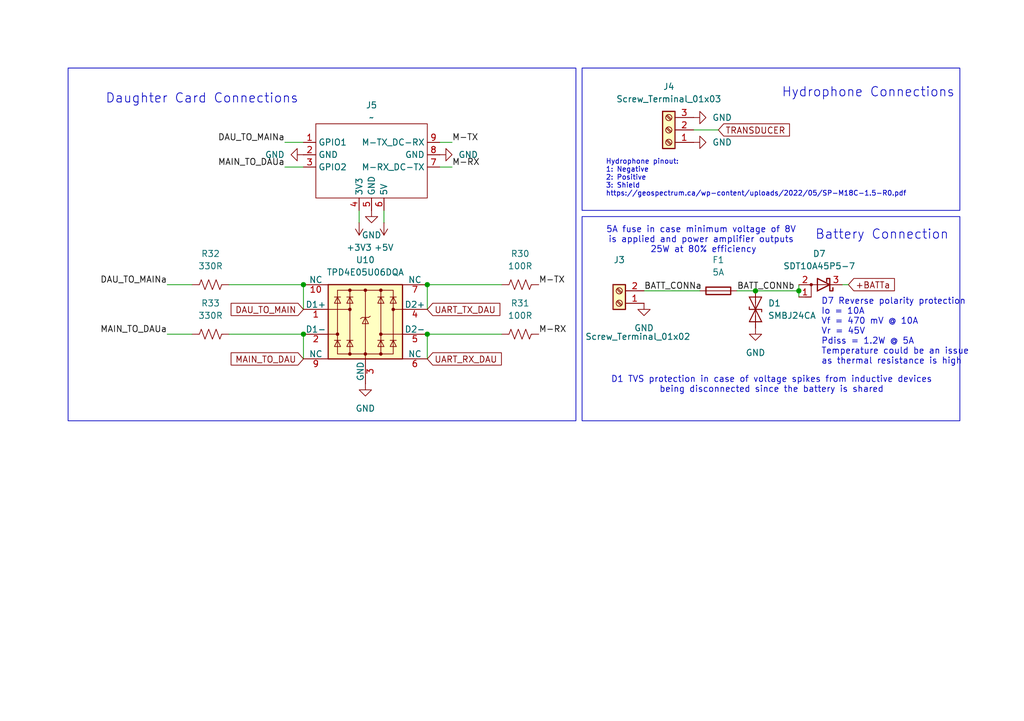
<source format=kicad_sch>
(kicad_sch
	(version 20231120)
	(generator "eeschema")
	(generator_version "8.0")
	(uuid "84584a37-c84a-4dce-83a5-66ae7f6adea7")
	(paper "A5")
	(title_block
		(title "EV")
		(date "2025-01-17")
		(rev "1.3")
		(company "External Connections")
	)
	(lib_symbols
		(symbol "UAM_symbols:D_Schottky_AAK"
			(pin_names
				(offset 0) hide)
			(exclude_from_sim no)
			(in_bom yes)
			(on_board yes)
			(property "Reference" "D"
				(at 0 2.54 0)
				(effects
					(font
						(size 1.27 1.27)
					)
				)
			)
			(property "Value" "D_Schottky_AAK"
				(at 0 -2.54 0)
				(effects
					(font
						(size 1.27 1.27)
					)
				)
			)
			(property "Footprint" ""
				(at 0 0 0)
				(effects
					(font
						(size 1.27 1.27)
					)
					(hide yes)
				)
			)
			(property "Datasheet" "~"
				(at 0 0 0)
				(effects
					(font
						(size 1.27 1.27)
					)
					(hide yes)
				)
			)
			(property "Description" "Schottky diode, anode on pins 1 and 2"
				(at 0 0 0)
				(effects
					(font
						(size 1.27 1.27)
					)
					(hide yes)
				)
			)
			(property "ki_keywords" "diode Schottky SCHDPAK"
				(at 0 0 0)
				(effects
					(font
						(size 1.27 1.27)
					)
					(hide yes)
				)
			)
			(property "ki_fp_filters" "TO-???* *_Diode_* *SingleDiode* D_*"
				(at 0 0 0)
				(effects
					(font
						(size 1.27 1.27)
					)
					(hide yes)
				)
			)
			(symbol "D_Schottky_AAK_0_1"
				(polyline
					(pts
						(xy 1.27 1.27) (xy 1.27 -1.27) (xy -1.27 0) (xy 1.27 1.27)
					)
					(stroke
						(width 0.254)
						(type default)
					)
					(fill
						(type none)
					)
				)
				(polyline
					(pts
						(xy 3.81 2.54) (xy 2.54 2.54) (xy 2.54 0) (xy -1.27 0)
					)
					(stroke
						(width 0)
						(type default)
					)
					(fill
						(type none)
					)
				)
				(polyline
					(pts
						(xy -1.905 0.635) (xy -1.905 1.27) (xy -1.27 1.27) (xy -1.27 -1.27) (xy -0.635 -1.27) (xy -0.635 -0.635)
					)
					(stroke
						(width 0.254)
						(type default)
					)
					(fill
						(type none)
					)
				)
				(circle
					(center 2.54 0)
					(radius 0.254)
					(stroke
						(width 0)
						(type default)
					)
					(fill
						(type outline)
					)
				)
			)
			(symbol "D_Schottky_AAK_1_1"
				(pin passive line
					(at 5.08 2.54 180)
					(length 2.54)
					(name "A"
						(effects
							(font
								(size 1.27 1.27)
							)
						)
					)
					(number "1"
						(effects
							(font
								(size 1.27 1.27)
							)
						)
					)
				)
				(pin passive line
					(at 5.08 0 180)
					(length 2.54)
					(name "A"
						(effects
							(font
								(size 1.27 1.27)
							)
						)
					)
					(number "2"
						(effects
							(font
								(size 1.27 1.27)
							)
						)
					)
				)
				(pin passive line
					(at -3.81 0 0)
					(length 2.54)
					(name "K"
						(effects
							(font
								(size 1.27 1.27)
							)
						)
					)
					(number "3"
						(effects
							(font
								(size 1.27 1.27)
							)
						)
					)
				)
			)
		)
		(symbol "UAM_symbols:Fuse"
			(pin_numbers hide)
			(pin_names
				(offset 0)
			)
			(exclude_from_sim no)
			(in_bom yes)
			(on_board yes)
			(property "Reference" "F"
				(at 2.032 0 90)
				(effects
					(font
						(size 1.27 1.27)
					)
				)
			)
			(property "Value" "Fuse"
				(at -1.905 0 90)
				(effects
					(font
						(size 1.27 1.27)
					)
				)
			)
			(property "Footprint" ""
				(at -1.778 0 90)
				(effects
					(font
						(size 1.27 1.27)
					)
					(hide yes)
				)
			)
			(property "Datasheet" "~"
				(at 0 0 0)
				(effects
					(font
						(size 1.27 1.27)
					)
					(hide yes)
				)
			)
			(property "Description" "Fuse"
				(at 0 0 0)
				(effects
					(font
						(size 1.27 1.27)
					)
					(hide yes)
				)
			)
			(property "ki_keywords" "fuse"
				(at 0 0 0)
				(effects
					(font
						(size 1.27 1.27)
					)
					(hide yes)
				)
			)
			(property "ki_fp_filters" "*Fuse*"
				(at 0 0 0)
				(effects
					(font
						(size 1.27 1.27)
					)
					(hide yes)
				)
			)
			(symbol "Fuse_0_1"
				(rectangle
					(start -0.762 -2.54)
					(end 0.762 2.54)
					(stroke
						(width 0.254)
						(type default)
					)
					(fill
						(type none)
					)
				)
				(polyline
					(pts
						(xy 0 2.54) (xy 0 -2.54)
					)
					(stroke
						(width 0)
						(type default)
					)
					(fill
						(type none)
					)
				)
			)
			(symbol "Fuse_1_1"
				(pin passive line
					(at 0 3.81 270)
					(length 1.27)
					(name "~"
						(effects
							(font
								(size 1.27 1.27)
							)
						)
					)
					(number "1"
						(effects
							(font
								(size 1.27 1.27)
							)
						)
					)
				)
				(pin passive line
					(at 0 -3.81 90)
					(length 1.27)
					(name "~"
						(effects
							(font
								(size 1.27 1.27)
							)
						)
					)
					(number "2"
						(effects
							(font
								(size 1.27 1.27)
							)
						)
					)
				)
			)
		)
		(symbol "UAM_symbols:R_US"
			(pin_numbers hide)
			(pin_names
				(offset 0)
			)
			(exclude_from_sim no)
			(in_bom yes)
			(on_board yes)
			(property "Reference" "R"
				(at 2.54 0 90)
				(effects
					(font
						(size 1.27 1.27)
					)
				)
			)
			(property "Value" "R_US"
				(at -2.54 0 90)
				(effects
					(font
						(size 1.27 1.27)
					)
				)
			)
			(property "Footprint" ""
				(at 1.016 -0.254 90)
				(effects
					(font
						(size 1.27 1.27)
					)
					(hide yes)
				)
			)
			(property "Datasheet" "~"
				(at 0 0 0)
				(effects
					(font
						(size 1.27 1.27)
					)
					(hide yes)
				)
			)
			(property "Description" "Resistor, US symbol"
				(at 0 0 0)
				(effects
					(font
						(size 1.27 1.27)
					)
					(hide yes)
				)
			)
			(property "ki_keywords" "R res resistor"
				(at 0 0 0)
				(effects
					(font
						(size 1.27 1.27)
					)
					(hide yes)
				)
			)
			(property "ki_fp_filters" "R_*"
				(at 0 0 0)
				(effects
					(font
						(size 1.27 1.27)
					)
					(hide yes)
				)
			)
			(symbol "R_US_0_1"
				(polyline
					(pts
						(xy 0 -2.286) (xy 0 -2.54)
					)
					(stroke
						(width 0)
						(type default)
					)
					(fill
						(type none)
					)
				)
				(polyline
					(pts
						(xy 0 2.286) (xy 0 2.54)
					)
					(stroke
						(width 0)
						(type default)
					)
					(fill
						(type none)
					)
				)
				(polyline
					(pts
						(xy 0 -0.762) (xy 1.016 -1.143) (xy 0 -1.524) (xy -1.016 -1.905) (xy 0 -2.286)
					)
					(stroke
						(width 0)
						(type default)
					)
					(fill
						(type none)
					)
				)
				(polyline
					(pts
						(xy 0 0.762) (xy 1.016 0.381) (xy 0 0) (xy -1.016 -0.381) (xy 0 -0.762)
					)
					(stroke
						(width 0)
						(type default)
					)
					(fill
						(type none)
					)
				)
				(polyline
					(pts
						(xy 0 2.286) (xy 1.016 1.905) (xy 0 1.524) (xy -1.016 1.143) (xy 0 0.762)
					)
					(stroke
						(width 0)
						(type default)
					)
					(fill
						(type none)
					)
				)
			)
			(symbol "R_US_1_1"
				(pin passive line
					(at 0 3.81 270)
					(length 1.27)
					(name "~"
						(effects
							(font
								(size 1.27 1.27)
							)
						)
					)
					(number "1"
						(effects
							(font
								(size 1.27 1.27)
							)
						)
					)
				)
				(pin passive line
					(at 0 -3.81 90)
					(length 1.27)
					(name "~"
						(effects
							(font
								(size 1.27 1.27)
							)
						)
					)
					(number "2"
						(effects
							(font
								(size 1.27 1.27)
							)
						)
					)
				)
			)
		)
		(symbol "UAM_symbols:SMAJ24CA"
			(pin_numbers hide)
			(pin_names
				(offset 1.016) hide)
			(exclude_from_sim no)
			(in_bom yes)
			(on_board yes)
			(property "Reference" "D"
				(at 0 2.54 0)
				(effects
					(font
						(size 1.27 1.27)
					)
				)
			)
			(property "Value" "SMAJ24CA"
				(at 0 -2.54 0)
				(effects
					(font
						(size 1.27 1.27)
					)
				)
			)
			(property "Footprint" "Diode_SMD:D_SMA"
				(at 0 -5.08 0)
				(effects
					(font
						(size 1.27 1.27)
					)
					(hide yes)
				)
			)
			(property "Datasheet" "https://www.littelfuse.com/media?resourcetype=datasheets&itemid=75e32973-b177-4ee3-a0ff-cedaf1abdb93&filename=smaj-datasheet"
				(at 0 0 0)
				(effects
					(font
						(size 1.27 1.27)
					)
					(hide yes)
				)
			)
			(property "Description" "400W bidirectional Transient Voltage Suppressor, 24.0Vr, SMA(DO-214AC)"
				(at 0 0 0)
				(effects
					(font
						(size 1.27 1.27)
					)
					(hide yes)
				)
			)
			(property "ki_keywords" "bidirectional diode TVS voltage suppressor"
				(at 0 0 0)
				(effects
					(font
						(size 1.27 1.27)
					)
					(hide yes)
				)
			)
			(property "ki_fp_filters" "D*SMA*"
				(at 0 0 0)
				(effects
					(font
						(size 1.27 1.27)
					)
					(hide yes)
				)
			)
			(symbol "SMAJ24CA_0_1"
				(polyline
					(pts
						(xy 1.27 0) (xy -1.27 0)
					)
					(stroke
						(width 0)
						(type default)
					)
					(fill
						(type none)
					)
				)
				(polyline
					(pts
						(xy -2.54 -1.27) (xy 0 0) (xy -2.54 1.27) (xy -2.54 -1.27)
					)
					(stroke
						(width 0.2032)
						(type default)
					)
					(fill
						(type none)
					)
				)
				(polyline
					(pts
						(xy 0.508 1.27) (xy 0 1.27) (xy 0 -1.27) (xy -0.508 -1.27)
					)
					(stroke
						(width 0.2032)
						(type default)
					)
					(fill
						(type none)
					)
				)
				(polyline
					(pts
						(xy 2.54 1.27) (xy 2.54 -1.27) (xy 0 0) (xy 2.54 1.27)
					)
					(stroke
						(width 0.2032)
						(type default)
					)
					(fill
						(type none)
					)
				)
			)
			(symbol "SMAJ24CA_1_1"
				(pin passive line
					(at -3.81 0 0)
					(length 2.54)
					(name "A1"
						(effects
							(font
								(size 1.27 1.27)
							)
						)
					)
					(number "1"
						(effects
							(font
								(size 1.27 1.27)
							)
						)
					)
				)
				(pin passive line
					(at 3.81 0 180)
					(length 2.54)
					(name "A2"
						(effects
							(font
								(size 1.27 1.27)
							)
						)
					)
					(number "2"
						(effects
							(font
								(size 1.27 1.27)
							)
						)
					)
				)
			)
		)
		(symbol "UAM_symbols:Screw_Terminal_01x02"
			(pin_names
				(offset 1.016) hide)
			(exclude_from_sim no)
			(in_bom yes)
			(on_board yes)
			(property "Reference" "J"
				(at 0 2.54 0)
				(effects
					(font
						(size 1.27 1.27)
					)
				)
			)
			(property "Value" "Screw_Terminal_01x02"
				(at 0 -5.08 0)
				(effects
					(font
						(size 1.27 1.27)
					)
				)
			)
			(property "Footprint" ""
				(at 0 0 0)
				(effects
					(font
						(size 1.27 1.27)
					)
					(hide yes)
				)
			)
			(property "Datasheet" "~"
				(at 0 0 0)
				(effects
					(font
						(size 1.27 1.27)
					)
					(hide yes)
				)
			)
			(property "Description" "Generic screw terminal, single row, 01x02, script generated (kicad-library-utils/schlib/autogen/connector/)"
				(at 0 0 0)
				(effects
					(font
						(size 1.27 1.27)
					)
					(hide yes)
				)
			)
			(property "ki_keywords" "screw terminal"
				(at 0 0 0)
				(effects
					(font
						(size 1.27 1.27)
					)
					(hide yes)
				)
			)
			(property "ki_fp_filters" "TerminalBlock*:*"
				(at 0 0 0)
				(effects
					(font
						(size 1.27 1.27)
					)
					(hide yes)
				)
			)
			(symbol "Screw_Terminal_01x02_1_1"
				(rectangle
					(start -1.27 1.27)
					(end 1.27 -3.81)
					(stroke
						(width 0.254)
						(type default)
					)
					(fill
						(type background)
					)
				)
				(circle
					(center 0 -2.54)
					(radius 0.635)
					(stroke
						(width 0.1524)
						(type default)
					)
					(fill
						(type none)
					)
				)
				(polyline
					(pts
						(xy -0.5334 -2.2098) (xy 0.3302 -3.048)
					)
					(stroke
						(width 0.1524)
						(type default)
					)
					(fill
						(type none)
					)
				)
				(polyline
					(pts
						(xy -0.5334 0.3302) (xy 0.3302 -0.508)
					)
					(stroke
						(width 0.1524)
						(type default)
					)
					(fill
						(type none)
					)
				)
				(polyline
					(pts
						(xy -0.3556 -2.032) (xy 0.508 -2.8702)
					)
					(stroke
						(width 0.1524)
						(type default)
					)
					(fill
						(type none)
					)
				)
				(polyline
					(pts
						(xy -0.3556 0.508) (xy 0.508 -0.3302)
					)
					(stroke
						(width 0.1524)
						(type default)
					)
					(fill
						(type none)
					)
				)
				(circle
					(center 0 0)
					(radius 0.635)
					(stroke
						(width 0.1524)
						(type default)
					)
					(fill
						(type none)
					)
				)
				(pin passive line
					(at -5.08 0 0)
					(length 3.81)
					(name "Pin_1"
						(effects
							(font
								(size 1.27 1.27)
							)
						)
					)
					(number "1"
						(effects
							(font
								(size 1.27 1.27)
							)
						)
					)
				)
				(pin passive line
					(at -5.08 -2.54 0)
					(length 3.81)
					(name "Pin_2"
						(effects
							(font
								(size 1.27 1.27)
							)
						)
					)
					(number "2"
						(effects
							(font
								(size 1.27 1.27)
							)
						)
					)
				)
			)
		)
		(symbol "UAM_symbols:Screw_Terminal_01x03"
			(pin_names
				(offset 1.016) hide)
			(exclude_from_sim no)
			(in_bom yes)
			(on_board yes)
			(property "Reference" "J"
				(at 0 5.08 0)
				(effects
					(font
						(size 1.27 1.27)
					)
				)
			)
			(property "Value" "Screw_Terminal_01x03"
				(at 0 -5.08 0)
				(effects
					(font
						(size 1.27 1.27)
					)
				)
			)
			(property "Footprint" ""
				(at 0 0 0)
				(effects
					(font
						(size 1.27 1.27)
					)
					(hide yes)
				)
			)
			(property "Datasheet" "~"
				(at 0 0 0)
				(effects
					(font
						(size 1.27 1.27)
					)
					(hide yes)
				)
			)
			(property "Description" "Generic screw terminal, single row, 01x03, script generated (kicad-library-utils/schlib/autogen/connector/)"
				(at 0 0 0)
				(effects
					(font
						(size 1.27 1.27)
					)
					(hide yes)
				)
			)
			(property "ki_keywords" "screw terminal"
				(at 0 0 0)
				(effects
					(font
						(size 1.27 1.27)
					)
					(hide yes)
				)
			)
			(property "ki_fp_filters" "TerminalBlock*:*"
				(at 0 0 0)
				(effects
					(font
						(size 1.27 1.27)
					)
					(hide yes)
				)
			)
			(symbol "Screw_Terminal_01x03_1_1"
				(rectangle
					(start -1.27 3.81)
					(end 1.27 -3.81)
					(stroke
						(width 0.254)
						(type default)
					)
					(fill
						(type background)
					)
				)
				(circle
					(center 0 -2.54)
					(radius 0.635)
					(stroke
						(width 0.1524)
						(type default)
					)
					(fill
						(type none)
					)
				)
				(polyline
					(pts
						(xy -0.5334 -2.2098) (xy 0.3302 -3.048)
					)
					(stroke
						(width 0.1524)
						(type default)
					)
					(fill
						(type none)
					)
				)
				(polyline
					(pts
						(xy -0.5334 0.3302) (xy 0.3302 -0.508)
					)
					(stroke
						(width 0.1524)
						(type default)
					)
					(fill
						(type none)
					)
				)
				(polyline
					(pts
						(xy -0.5334 2.8702) (xy 0.3302 2.032)
					)
					(stroke
						(width 0.1524)
						(type default)
					)
					(fill
						(type none)
					)
				)
				(polyline
					(pts
						(xy -0.3556 -2.032) (xy 0.508 -2.8702)
					)
					(stroke
						(width 0.1524)
						(type default)
					)
					(fill
						(type none)
					)
				)
				(polyline
					(pts
						(xy -0.3556 0.508) (xy 0.508 -0.3302)
					)
					(stroke
						(width 0.1524)
						(type default)
					)
					(fill
						(type none)
					)
				)
				(polyline
					(pts
						(xy -0.3556 3.048) (xy 0.508 2.2098)
					)
					(stroke
						(width 0.1524)
						(type default)
					)
					(fill
						(type none)
					)
				)
				(circle
					(center 0 0)
					(radius 0.635)
					(stroke
						(width 0.1524)
						(type default)
					)
					(fill
						(type none)
					)
				)
				(circle
					(center 0 2.54)
					(radius 0.635)
					(stroke
						(width 0.1524)
						(type default)
					)
					(fill
						(type none)
					)
				)
				(pin passive line
					(at -5.08 2.54 0)
					(length 3.81)
					(name "Pin_1"
						(effects
							(font
								(size 1.27 1.27)
							)
						)
					)
					(number "1"
						(effects
							(font
								(size 1.27 1.27)
							)
						)
					)
				)
				(pin passive line
					(at -5.08 0 0)
					(length 3.81)
					(name "Pin_2"
						(effects
							(font
								(size 1.27 1.27)
							)
						)
					)
					(number "2"
						(effects
							(font
								(size 1.27 1.27)
							)
						)
					)
				)
				(pin passive line
					(at -5.08 -2.54 0)
					(length 3.81)
					(name "Pin_3"
						(effects
							(font
								(size 1.27 1.27)
							)
						)
					)
					(number "3"
						(effects
							(font
								(size 1.27 1.27)
							)
						)
					)
				)
			)
		)
		(symbol "UAM_symbols:TPD4E05U06DQA"
			(pin_names
				(offset 0)
			)
			(exclude_from_sim no)
			(in_bom yes)
			(on_board yes)
			(property "Reference" "U"
				(at -0.635 8.89 0)
				(effects
					(font
						(size 1.27 1.27)
					)
				)
			)
			(property "Value" "TPD4E05U06DQA"
				(at 1.905 -10.16 0)
				(effects
					(font
						(size 1.27 1.27)
					)
					(justify left)
				)
			)
			(property "Footprint" "Package_SON:USON-10_2.5x1.0mm_P0.5mm"
				(at 1.905 -12.065 0)
				(effects
					(font
						(size 1.27 1.27)
						(italic yes)
					)
					(justify left)
					(hide yes)
				)
			)
			(property "Datasheet" "https://www.ti.com/lit/ds/symlink/tpd4e05u06.pdf"
				(at 1.905 -13.97 0)
				(effects
					(font
						(size 1.27 1.27)
					)
					(justify left)
					(hide yes)
				)
			)
			(property "Description" "4-Channel ESD Protection for Super-Speed USB 3.0 Interface, USON-10"
				(at 0 0 0)
				(effects
					(font
						(size 1.27 1.27)
					)
					(hide yes)
				)
			)
			(property "ki_keywords" "ESD protection USB 3.0"
				(at 0 0 0)
				(effects
					(font
						(size 1.27 1.27)
					)
					(hide yes)
				)
			)
			(property "ki_fp_filters" "USON*2.5x1.0mm*P0.5mm*"
				(at 0 0 0)
				(effects
					(font
						(size 1.27 1.27)
					)
					(hide yes)
				)
			)
			(symbol "TPD4E05U06DQA_0_0"
				(rectangle
					(start -5.715 6.477)
					(end 5.715 -6.604)
					(stroke
						(width 0)
						(type default)
					)
					(fill
						(type none)
					)
				)
				(polyline
					(pts
						(xy -3.175 -6.604) (xy -3.175 6.477)
					)
					(stroke
						(width 0)
						(type default)
					)
					(fill
						(type none)
					)
				)
				(polyline
					(pts
						(xy 0 6.477) (xy 0 -6.604)
					)
					(stroke
						(width 0)
						(type default)
					)
					(fill
						(type none)
					)
				)
				(polyline
					(pts
						(xy 3.175 6.477) (xy 3.175 -6.604)
					)
					(stroke
						(width 0)
						(type default)
					)
					(fill
						(type none)
					)
				)
			)
			(symbol "TPD4E05U06DQA_0_1"
				(rectangle
					(start -7.62 7.62)
					(end 7.62 -7.62)
					(stroke
						(width 0.254)
						(type default)
					)
					(fill
						(type background)
					)
				)
				(circle
					(center -5.715 -2.54)
					(radius 0.2794)
					(stroke
						(width 0)
						(type default)
					)
					(fill
						(type outline)
					)
				)
				(circle
					(center -3.175 -6.604)
					(radius 0.2794)
					(stroke
						(width 0)
						(type default)
					)
					(fill
						(type outline)
					)
				)
				(circle
					(center -3.175 2.54)
					(radius 0.2794)
					(stroke
						(width 0)
						(type default)
					)
					(fill
						(type outline)
					)
				)
				(circle
					(center -3.175 6.477)
					(radius 0.2794)
					(stroke
						(width 0)
						(type default)
					)
					(fill
						(type outline)
					)
				)
				(circle
					(center 0 -6.604)
					(radius 0.2794)
					(stroke
						(width 0)
						(type default)
					)
					(fill
						(type outline)
					)
				)
				(polyline
					(pts
						(xy -7.747 2.54) (xy -3.175 2.54)
					)
					(stroke
						(width 0)
						(type default)
					)
					(fill
						(type none)
					)
				)
				(polyline
					(pts
						(xy -7.62 -2.54) (xy -5.715 -2.54)
					)
					(stroke
						(width 0)
						(type default)
					)
					(fill
						(type none)
					)
				)
				(polyline
					(pts
						(xy -5.08 -3.81) (xy -6.35 -3.81)
					)
					(stroke
						(width 0)
						(type default)
					)
					(fill
						(type none)
					)
				)
				(polyline
					(pts
						(xy -5.08 5.08) (xy -6.35 5.08)
					)
					(stroke
						(width 0)
						(type default)
					)
					(fill
						(type none)
					)
				)
				(polyline
					(pts
						(xy -2.54 -3.81) (xy -3.81 -3.81)
					)
					(stroke
						(width 0)
						(type default)
					)
					(fill
						(type none)
					)
				)
				(polyline
					(pts
						(xy -2.54 5.08) (xy -3.81 5.08)
					)
					(stroke
						(width 0)
						(type default)
					)
					(fill
						(type none)
					)
				)
				(polyline
					(pts
						(xy -0.635 0.889) (xy -1.016 0.635)
					)
					(stroke
						(width 0)
						(type default)
					)
					(fill
						(type none)
					)
				)
				(polyline
					(pts
						(xy 0 -6.604) (xy 0 -7.62)
					)
					(stroke
						(width 0)
						(type default)
					)
					(fill
						(type none)
					)
				)
				(polyline
					(pts
						(xy 0.635 0.889) (xy -0.635 0.889)
					)
					(stroke
						(width 0)
						(type default)
					)
					(fill
						(type none)
					)
				)
				(polyline
					(pts
						(xy 0.635 0.889) (xy 1.016 1.143)
					)
					(stroke
						(width 0)
						(type default)
					)
					(fill
						(type none)
					)
				)
				(polyline
					(pts
						(xy 3.81 -3.81) (xy 2.54 -3.81)
					)
					(stroke
						(width 0)
						(type default)
					)
					(fill
						(type none)
					)
				)
				(polyline
					(pts
						(xy 3.81 5.08) (xy 2.54 5.08)
					)
					(stroke
						(width 0)
						(type default)
					)
					(fill
						(type none)
					)
				)
				(polyline
					(pts
						(xy 6.35 -3.81) (xy 5.08 -3.81)
					)
					(stroke
						(width 0)
						(type default)
					)
					(fill
						(type none)
					)
				)
				(polyline
					(pts
						(xy 6.35 5.08) (xy 5.08 5.08)
					)
					(stroke
						(width 0)
						(type default)
					)
					(fill
						(type none)
					)
				)
				(polyline
					(pts
						(xy 7.62 -2.54) (xy 3.175 -2.54)
					)
					(stroke
						(width 0)
						(type default)
					)
					(fill
						(type none)
					)
				)
				(polyline
					(pts
						(xy 7.62 2.54) (xy 5.715 2.54)
					)
					(stroke
						(width 0)
						(type default)
					)
					(fill
						(type none)
					)
				)
				(polyline
					(pts
						(xy -5.08 -5.08) (xy -6.35 -5.08) (xy -5.715 -3.81) (xy -5.08 -5.08)
					)
					(stroke
						(width 0)
						(type default)
					)
					(fill
						(type none)
					)
				)
				(polyline
					(pts
						(xy -5.08 3.81) (xy -6.35 3.81) (xy -5.715 5.08) (xy -5.08 3.81)
					)
					(stroke
						(width 0)
						(type default)
					)
					(fill
						(type none)
					)
				)
				(polyline
					(pts
						(xy -2.54 -5.08) (xy -3.81 -5.08) (xy -3.175 -3.81) (xy -2.54 -5.08)
					)
					(stroke
						(width 0)
						(type default)
					)
					(fill
						(type none)
					)
				)
				(polyline
					(pts
						(xy -2.54 3.81) (xy -3.81 3.81) (xy -3.175 5.08) (xy -2.54 3.81)
					)
					(stroke
						(width 0)
						(type default)
					)
					(fill
						(type none)
					)
				)
				(polyline
					(pts
						(xy 0.635 -0.381) (xy -0.635 -0.381) (xy 0 0.889) (xy 0.635 -0.381)
					)
					(stroke
						(width 0)
						(type default)
					)
					(fill
						(type none)
					)
				)
				(polyline
					(pts
						(xy 3.81 -5.08) (xy 2.54 -5.08) (xy 3.175 -3.81) (xy 3.81 -5.08)
					)
					(stroke
						(width 0)
						(type default)
					)
					(fill
						(type none)
					)
				)
				(polyline
					(pts
						(xy 3.81 3.81) (xy 2.54 3.81) (xy 3.175 5.08) (xy 3.81 3.81)
					)
					(stroke
						(width 0)
						(type default)
					)
					(fill
						(type none)
					)
				)
				(polyline
					(pts
						(xy 6.35 -5.08) (xy 5.08 -5.08) (xy 5.715 -3.81) (xy 6.35 -5.08)
					)
					(stroke
						(width 0)
						(type default)
					)
					(fill
						(type none)
					)
				)
				(polyline
					(pts
						(xy 6.35 3.81) (xy 5.08 3.81) (xy 5.715 5.08) (xy 6.35 3.81)
					)
					(stroke
						(width 0)
						(type default)
					)
					(fill
						(type none)
					)
				)
				(circle
					(center 0 6.477)
					(radius 0.2794)
					(stroke
						(width 0)
						(type default)
					)
					(fill
						(type outline)
					)
				)
				(circle
					(center 3.175 -6.604)
					(radius 0.2794)
					(stroke
						(width 0)
						(type default)
					)
					(fill
						(type outline)
					)
				)
				(circle
					(center 3.175 -2.54)
					(radius 0.2794)
					(stroke
						(width 0)
						(type default)
					)
					(fill
						(type outline)
					)
				)
				(circle
					(center 3.175 6.477)
					(radius 0.2794)
					(stroke
						(width 0)
						(type default)
					)
					(fill
						(type outline)
					)
				)
				(circle
					(center 5.715 2.54)
					(radius 0.2794)
					(stroke
						(width 0)
						(type default)
					)
					(fill
						(type outline)
					)
				)
			)
			(symbol "TPD4E05U06DQA_1_1"
				(pin passive line
					(at -12.7 2.54 0)
					(length 5.08)
					(name "D1+"
						(effects
							(font
								(size 1.27 1.27)
							)
						)
					)
					(number "1"
						(effects
							(font
								(size 1.27 1.27)
							)
						)
					)
				)
				(pin free line
					(at -12.7 7.62 0)
					(length 5.08)
					(name "NC"
						(effects
							(font
								(size 1.27 1.27)
							)
						)
					)
					(number "10"
						(effects
							(font
								(size 1.27 1.27)
							)
						)
					)
				)
				(pin passive line
					(at -12.7 -2.54 0)
					(length 5.08)
					(name "D1-"
						(effects
							(font
								(size 1.27 1.27)
							)
						)
					)
					(number "2"
						(effects
							(font
								(size 1.27 1.27)
							)
						)
					)
				)
				(pin power_in line
					(at 0 -12.7 90)
					(length 5.08)
					(name "GND"
						(effects
							(font
								(size 1.27 1.27)
							)
						)
					)
					(number "3"
						(effects
							(font
								(size 1.27 1.27)
							)
						)
					)
				)
				(pin passive line
					(at 12.7 2.54 180)
					(length 5.08)
					(name "D2+"
						(effects
							(font
								(size 1.27 1.27)
							)
						)
					)
					(number "4"
						(effects
							(font
								(size 1.27 1.27)
							)
						)
					)
				)
				(pin passive line
					(at 12.7 -2.54 180)
					(length 5.08)
					(name "D2-"
						(effects
							(font
								(size 1.27 1.27)
							)
						)
					)
					(number "5"
						(effects
							(font
								(size 1.27 1.27)
							)
						)
					)
				)
				(pin free line
					(at 12.7 -7.62 180)
					(length 5.08)
					(name "NC"
						(effects
							(font
								(size 1.27 1.27)
							)
						)
					)
					(number "6"
						(effects
							(font
								(size 1.27 1.27)
							)
						)
					)
				)
				(pin free line
					(at 12.7 7.62 180)
					(length 5.08)
					(name "NC"
						(effects
							(font
								(size 1.27 1.27)
							)
						)
					)
					(number "7"
						(effects
							(font
								(size 1.27 1.27)
							)
						)
					)
				)
				(pin passive line
					(at 0 -12.7 90)
					(length 5.08) hide
					(name "GND"
						(effects
							(font
								(size 1.27 1.27)
							)
						)
					)
					(number "8"
						(effects
							(font
								(size 1.27 1.27)
							)
						)
					)
				)
				(pin free line
					(at -12.7 -7.62 0)
					(length 5.08)
					(name "NC"
						(effects
							(font
								(size 1.27 1.27)
							)
						)
					)
					(number "9"
						(effects
							(font
								(size 1.27 1.27)
							)
						)
					)
				)
			)
		)
		(symbol "UAM_symbols:UAM_DaughterCard"
			(exclude_from_sim no)
			(in_bom yes)
			(on_board yes)
			(property "Reference" "J"
				(at -0.254 8.382 0)
				(effects
					(font
						(size 1.27 1.27)
					)
				)
			)
			(property "Value" ""
				(at 0 0 0)
				(effects
					(font
						(size 1.27 1.27)
					)
				)
			)
			(property "Footprint" ""
				(at 0 0 0)
				(effects
					(font
						(size 1.27 1.27)
					)
					(hide yes)
				)
			)
			(property "Datasheet" ""
				(at 0 0 0)
				(effects
					(font
						(size 1.27 1.27)
					)
					(hide yes)
				)
			)
			(property "Description" ""
				(at 0 0 0)
				(effects
					(font
						(size 1.27 1.27)
					)
					(hide yes)
				)
			)
			(symbol "UAM_DaughterCard_0_1"
				(rectangle
					(start -11.43 6.35)
					(end 11.43 -8.89)
					(stroke
						(width 0)
						(type default)
					)
					(fill
						(type none)
					)
				)
			)
			(symbol "UAM_DaughterCard_1_1"
				(pin bidirectional line
					(at -13.97 2.54 0)
					(length 2.54)
					(name "GPIO1"
						(effects
							(font
								(size 1.27 1.27)
							)
						)
					)
					(number "1"
						(effects
							(font
								(size 1.27 1.27)
							)
						)
					)
				)
				(pin power_in line
					(at -13.97 0 0)
					(length 2.54)
					(name "GND"
						(effects
							(font
								(size 1.27 1.27)
							)
						)
					)
					(number "2"
						(effects
							(font
								(size 1.27 1.27)
							)
						)
					)
				)
				(pin bidirectional line
					(at -13.97 -2.54 0)
					(length 2.54)
					(name "GPIO2"
						(effects
							(font
								(size 1.27 1.27)
							)
						)
					)
					(number "3"
						(effects
							(font
								(size 1.27 1.27)
							)
						)
					)
				)
				(pin power_in line
					(at -2.54 -11.43 90)
					(length 2.54)
					(name "3V3"
						(effects
							(font
								(size 1.27 1.27)
							)
						)
					)
					(number "4"
						(effects
							(font
								(size 1.27 1.27)
							)
						)
					)
				)
				(pin power_in line
					(at 0 -11.43 90)
					(length 2.54)
					(name "GND"
						(effects
							(font
								(size 1.27 1.27)
							)
						)
					)
					(number "5"
						(effects
							(font
								(size 1.27 1.27)
							)
						)
					)
				)
				(pin power_in line
					(at 2.54 -11.43 90)
					(length 2.54)
					(name "5V"
						(effects
							(font
								(size 1.27 1.27)
							)
						)
					)
					(number "6"
						(effects
							(font
								(size 1.27 1.27)
							)
						)
					)
				)
				(pin output line
					(at 13.97 -2.54 180)
					(length 2.54)
					(name "M-RX_DC-TX"
						(effects
							(font
								(size 1.27 1.27)
							)
						)
					)
					(number "7"
						(effects
							(font
								(size 1.27 1.27)
							)
						)
					)
				)
				(pin power_in line
					(at 13.97 0 180)
					(length 2.54)
					(name "GND"
						(effects
							(font
								(size 1.27 1.27)
							)
						)
					)
					(number "8"
						(effects
							(font
								(size 1.27 1.27)
							)
						)
					)
				)
				(pin output line
					(at 13.97 2.54 180)
					(length 2.54)
					(name "M-TX_DC-RX"
						(effects
							(font
								(size 1.27 1.27)
							)
						)
					)
					(number "9"
						(effects
							(font
								(size 1.27 1.27)
							)
						)
					)
				)
			)
		)
		(symbol "power:+3V3"
			(power)
			(pin_numbers hide)
			(pin_names
				(offset 0) hide)
			(exclude_from_sim no)
			(in_bom yes)
			(on_board yes)
			(property "Reference" "#PWR"
				(at 0 -3.81 0)
				(effects
					(font
						(size 1.27 1.27)
					)
					(hide yes)
				)
			)
			(property "Value" "+3V3"
				(at 0 3.556 0)
				(effects
					(font
						(size 1.27 1.27)
					)
				)
			)
			(property "Footprint" ""
				(at 0 0 0)
				(effects
					(font
						(size 1.27 1.27)
					)
					(hide yes)
				)
			)
			(property "Datasheet" ""
				(at 0 0 0)
				(effects
					(font
						(size 1.27 1.27)
					)
					(hide yes)
				)
			)
			(property "Description" "Power symbol creates a global label with name \"+3V3\""
				(at 0 0 0)
				(effects
					(font
						(size 1.27 1.27)
					)
					(hide yes)
				)
			)
			(property "ki_keywords" "global power"
				(at 0 0 0)
				(effects
					(font
						(size 1.27 1.27)
					)
					(hide yes)
				)
			)
			(symbol "+3V3_0_1"
				(polyline
					(pts
						(xy -0.762 1.27) (xy 0 2.54)
					)
					(stroke
						(width 0)
						(type default)
					)
					(fill
						(type none)
					)
				)
				(polyline
					(pts
						(xy 0 0) (xy 0 2.54)
					)
					(stroke
						(width 0)
						(type default)
					)
					(fill
						(type none)
					)
				)
				(polyline
					(pts
						(xy 0 2.54) (xy 0.762 1.27)
					)
					(stroke
						(width 0)
						(type default)
					)
					(fill
						(type none)
					)
				)
			)
			(symbol "+3V3_1_1"
				(pin power_in line
					(at 0 0 90)
					(length 0)
					(name "~"
						(effects
							(font
								(size 1.27 1.27)
							)
						)
					)
					(number "1"
						(effects
							(font
								(size 1.27 1.27)
							)
						)
					)
				)
			)
		)
		(symbol "power:+5V"
			(power)
			(pin_numbers hide)
			(pin_names
				(offset 0) hide)
			(exclude_from_sim no)
			(in_bom yes)
			(on_board yes)
			(property "Reference" "#PWR"
				(at 0 -3.81 0)
				(effects
					(font
						(size 1.27 1.27)
					)
					(hide yes)
				)
			)
			(property "Value" "+5V"
				(at 0 3.556 0)
				(effects
					(font
						(size 1.27 1.27)
					)
				)
			)
			(property "Footprint" ""
				(at 0 0 0)
				(effects
					(font
						(size 1.27 1.27)
					)
					(hide yes)
				)
			)
			(property "Datasheet" ""
				(at 0 0 0)
				(effects
					(font
						(size 1.27 1.27)
					)
					(hide yes)
				)
			)
			(property "Description" "Power symbol creates a global label with name \"+5V\""
				(at 0 0 0)
				(effects
					(font
						(size 1.27 1.27)
					)
					(hide yes)
				)
			)
			(property "ki_keywords" "global power"
				(at 0 0 0)
				(effects
					(font
						(size 1.27 1.27)
					)
					(hide yes)
				)
			)
			(symbol "+5V_0_1"
				(polyline
					(pts
						(xy -0.762 1.27) (xy 0 2.54)
					)
					(stroke
						(width 0)
						(type default)
					)
					(fill
						(type none)
					)
				)
				(polyline
					(pts
						(xy 0 0) (xy 0 2.54)
					)
					(stroke
						(width 0)
						(type default)
					)
					(fill
						(type none)
					)
				)
				(polyline
					(pts
						(xy 0 2.54) (xy 0.762 1.27)
					)
					(stroke
						(width 0)
						(type default)
					)
					(fill
						(type none)
					)
				)
			)
			(symbol "+5V_1_1"
				(pin power_in line
					(at 0 0 90)
					(length 0)
					(name "~"
						(effects
							(font
								(size 1.27 1.27)
							)
						)
					)
					(number "1"
						(effects
							(font
								(size 1.27 1.27)
							)
						)
					)
				)
			)
		)
		(symbol "power:GND"
			(power)
			(pin_numbers hide)
			(pin_names
				(offset 0) hide)
			(exclude_from_sim no)
			(in_bom yes)
			(on_board yes)
			(property "Reference" "#PWR"
				(at 0 -6.35 0)
				(effects
					(font
						(size 1.27 1.27)
					)
					(hide yes)
				)
			)
			(property "Value" "GND"
				(at 0 -3.81 0)
				(effects
					(font
						(size 1.27 1.27)
					)
				)
			)
			(property "Footprint" ""
				(at 0 0 0)
				(effects
					(font
						(size 1.27 1.27)
					)
					(hide yes)
				)
			)
			(property "Datasheet" ""
				(at 0 0 0)
				(effects
					(font
						(size 1.27 1.27)
					)
					(hide yes)
				)
			)
			(property "Description" "Power symbol creates a global label with name \"GND\" , ground"
				(at 0 0 0)
				(effects
					(font
						(size 1.27 1.27)
					)
					(hide yes)
				)
			)
			(property "ki_keywords" "global power"
				(at 0 0 0)
				(effects
					(font
						(size 1.27 1.27)
					)
					(hide yes)
				)
			)
			(symbol "GND_0_1"
				(polyline
					(pts
						(xy 0 0) (xy 0 -1.27) (xy 1.27 -1.27) (xy 0 -2.54) (xy -1.27 -1.27) (xy 0 -1.27)
					)
					(stroke
						(width 0)
						(type default)
					)
					(fill
						(type none)
					)
				)
			)
			(symbol "GND_1_1"
				(pin power_in line
					(at 0 0 270)
					(length 0)
					(name "~"
						(effects
							(font
								(size 1.27 1.27)
							)
						)
					)
					(number "1"
						(effects
							(font
								(size 1.27 1.27)
							)
						)
					)
				)
			)
		)
	)
	(junction
		(at 62.23 58.42)
		(diameter 0)
		(color 0 0 0 0)
		(uuid "166fa906-6900-45f7-b484-0de32b0c479d")
	)
	(junction
		(at 87.63 68.58)
		(diameter 0)
		(color 0 0 0 0)
		(uuid "2c01de0e-33dc-489e-add8-fb6b80842037")
	)
	(junction
		(at 87.63 58.42)
		(diameter 0)
		(color 0 0 0 0)
		(uuid "2d5231c1-f2e7-4866-9fda-eaee55e4be78")
	)
	(junction
		(at 62.23 68.58)
		(diameter 0)
		(color 0 0 0 0)
		(uuid "3bd99399-c1cd-4521-b03b-7faea799ec1e")
	)
	(junction
		(at 154.94 59.69)
		(diameter 0)
		(color 0 0 0 0)
		(uuid "d1d4cdd5-3ab9-4472-9d35-dbf134eeed13")
	)
	(junction
		(at 163.83 59.69)
		(diameter 0)
		(color 0 0 0 0)
		(uuid "f4c3e8c4-159a-4e13-a05a-4688017580e0")
	)
	(wire
		(pts
			(xy 46.99 58.42) (xy 62.23 58.42)
		)
		(stroke
			(width 0)
			(type default)
		)
		(uuid "05fa0307-4818-402e-8339-bacce5c4a197")
	)
	(wire
		(pts
			(xy 58.42 29.21) (xy 62.23 29.21)
		)
		(stroke
			(width 0)
			(type default)
		)
		(uuid "0b3a9bad-be88-4a83-8e6b-32bd2fddc075")
	)
	(wire
		(pts
			(xy 163.83 59.69) (xy 163.83 60.96)
		)
		(stroke
			(width 0)
			(type default)
		)
		(uuid "185545d3-0a08-466f-a640-9aac041ad63b")
	)
	(wire
		(pts
			(xy 92.71 29.21) (xy 90.17 29.21)
		)
		(stroke
			(width 0)
			(type default)
		)
		(uuid "1953462b-9e11-4a02-aa28-39bf39a8d1d2")
	)
	(wire
		(pts
			(xy 154.94 59.69) (xy 163.83 59.69)
		)
		(stroke
			(width 0)
			(type default)
		)
		(uuid "1f194c08-3979-48a1-a1c0-4d7fd9f6b977")
	)
	(wire
		(pts
			(xy 62.23 68.58) (xy 62.23 73.66)
		)
		(stroke
			(width 0)
			(type default)
		)
		(uuid "1f61e695-339b-4f6e-9c6e-25c470e2c1ca")
	)
	(wire
		(pts
			(xy 87.63 58.42) (xy 102.87 58.42)
		)
		(stroke
			(width 0)
			(type default)
		)
		(uuid "2391237c-5c71-452a-88b8-3516e0a8ad15")
	)
	(wire
		(pts
			(xy 58.42 34.29) (xy 62.23 34.29)
		)
		(stroke
			(width 0)
			(type default)
		)
		(uuid "34813686-090c-4543-830b-3ff048c0be4c")
	)
	(wire
		(pts
			(xy 34.29 68.58) (xy 39.37 68.58)
		)
		(stroke
			(width 0)
			(type default)
		)
		(uuid "3c46d4db-b35d-4773-be47-ca8a8d6d6519")
	)
	(wire
		(pts
			(xy 73.66 45.72) (xy 73.66 43.18)
		)
		(stroke
			(width 0)
			(type default)
		)
		(uuid "4be77cd2-bfb9-462d-9c31-fe33c7fbaa78")
	)
	(wire
		(pts
			(xy 142.24 26.67) (xy 147.32 26.67)
		)
		(stroke
			(width 0)
			(type default)
		)
		(uuid "6ac0077c-c5f2-4f70-b436-4ecc8bce873c")
	)
	(wire
		(pts
			(xy 78.74 45.72) (xy 78.74 43.18)
		)
		(stroke
			(width 0)
			(type default)
		)
		(uuid "840ca159-3cda-40eb-8c51-c5425cba0f5e")
	)
	(wire
		(pts
			(xy 62.23 58.42) (xy 62.23 63.5)
		)
		(stroke
			(width 0)
			(type default)
		)
		(uuid "8fb4560c-37df-490f-b473-49789f7c99c2")
	)
	(wire
		(pts
			(xy 151.13 59.69) (xy 154.94 59.69)
		)
		(stroke
			(width 0)
			(type default)
		)
		(uuid "ad7a7fdc-bd9c-43c5-92ad-b425dfb37814")
	)
	(wire
		(pts
			(xy 172.72 58.42) (xy 173.99 58.42)
		)
		(stroke
			(width 0)
			(type default)
		)
		(uuid "b7a7365b-f2b6-4848-9d6f-6736f9e957ed")
	)
	(wire
		(pts
			(xy 87.63 58.42) (xy 87.63 63.5)
		)
		(stroke
			(width 0)
			(type default)
		)
		(uuid "d2dc328d-dbd6-4073-bf68-c672f33ad9cb")
	)
	(wire
		(pts
			(xy 163.83 58.42) (xy 163.83 59.69)
		)
		(stroke
			(width 0)
			(type default)
		)
		(uuid "d9ec828c-5d83-41aa-9ee7-087a6b03eaea")
	)
	(wire
		(pts
			(xy 143.51 59.69) (xy 132.08 59.69)
		)
		(stroke
			(width 0)
			(type default)
		)
		(uuid "ded43258-7ef2-4aa4-804e-3a87ae2d1d38")
	)
	(wire
		(pts
			(xy 34.29 58.42) (xy 39.37 58.42)
		)
		(stroke
			(width 0)
			(type default)
		)
		(uuid "e1ffdc36-d34a-4a7b-b54b-025ebfbb5735")
	)
	(wire
		(pts
			(xy 87.63 68.58) (xy 102.87 68.58)
		)
		(stroke
			(width 0)
			(type default)
		)
		(uuid "e3e8693f-83df-431e-b6b4-c0d22eba9482")
	)
	(wire
		(pts
			(xy 46.99 68.58) (xy 62.23 68.58)
		)
		(stroke
			(width 0)
			(type default)
		)
		(uuid "e641d1d2-9b05-48fe-915a-7f75b4e608a4")
	)
	(wire
		(pts
			(xy 92.71 34.29) (xy 90.17 34.29)
		)
		(stroke
			(width 0)
			(type default)
		)
		(uuid "ecb00375-12f4-4ab4-9065-df638e4f9928")
	)
	(wire
		(pts
			(xy 87.63 68.58) (xy 87.63 73.66)
		)
		(stroke
			(width 0)
			(type default)
		)
		(uuid "ff34d9f9-01fa-4528-b0ca-042cb0b12630")
	)
	(rectangle
		(start 119.38 13.97)
		(end 196.85 43.18)
		(stroke
			(width 0)
			(type default)
		)
		(fill
			(type none)
		)
		(uuid 382b649f-1ed3-4d37-9522-6464b2bbb13f)
	)
	(rectangle
		(start 13.97 13.97)
		(end 118.11 86.36)
		(stroke
			(width 0)
			(type default)
		)
		(fill
			(type none)
		)
		(uuid 696340cf-ee64-498a-8a70-89dfffb63c19)
	)
	(rectangle
		(start 119.38 44.45)
		(end 196.85 86.36)
		(stroke
			(width 0)
			(type default)
		)
		(fill
			(type none)
		)
		(uuid b06f6df9-1eaf-454a-97a0-8060dec420bd)
	)
	(text "D7 Reverse polarity protection\nIo = 10A\nVf = 470 mV @ 10A\nVr = 45V\nPdiss = 1.2W @ 5A\nTemperature could be an issue\nas thermal resistance is high"
		(exclude_from_sim no)
		(at 168.402 68.072 0)
		(effects
			(font
				(size 1.27 1.27)
			)
			(justify left)
		)
		(uuid "133ca0d3-de64-4c17-a126-6a60d6c9155e")
	)
	(text "Hydrophone pinout:\n1: Negative\n2: Positive\n3: Shield\nhttps://geospectrum.ca/wp-content/uploads/2022/05/SP-M18C-1.5-R0.pdf"
		(exclude_from_sim no)
		(at 124.206 36.576 0)
		(effects
			(font
				(size 1.016 1.016)
			)
			(justify left)
		)
		(uuid "3faeae18-056c-4f52-82f9-3c3e184cfbf1")
	)
	(text "Daughter Card Connections"
		(exclude_from_sim no)
		(at 21.59 20.32 0)
		(effects
			(font
				(size 1.905 1.905)
			)
			(justify left)
		)
		(uuid "6a95341b-f815-45ea-ae9f-e177aa89c899")
	)
	(text "Hydrophone Connections"
		(exclude_from_sim no)
		(at 160.274 19.05 0)
		(effects
			(font
				(size 1.905 1.905)
			)
			(justify left)
		)
		(uuid "8f1a3105-166d-4a95-adab-c9478948b5f3")
	)
	(text "5A fuse in case minimum voltage of 8V \nis applied and power amplifier outputs \n25W at 80% efficiency"
		(exclude_from_sim no)
		(at 144.272 49.276 0)
		(effects
			(font
				(size 1.27 1.27)
			)
		)
		(uuid "b702dadf-bb88-48c4-b57d-ac3f274c49db")
	)
	(text "D1 TVS protection in case of voltage spikes from inductive devices\nbeing disconnected since the battery is shared"
		(exclude_from_sim no)
		(at 158.242 78.994 0)
		(effects
			(font
				(size 1.27 1.27)
			)
		)
		(uuid "d6e06bd8-ba7b-4bea-965b-9cffb910c15d")
	)
	(text "Battery Connection"
		(exclude_from_sim no)
		(at 167.132 48.26 0)
		(effects
			(font
				(size 1.905 1.905)
			)
			(justify left)
		)
		(uuid "fac4f361-f12c-44c3-a261-e914f7ee9c55")
	)
	(label "M-RX"
		(at 110.49 68.58 0)
		(fields_autoplaced yes)
		(effects
			(font
				(size 1.27 1.27)
			)
			(justify left bottom)
		)
		(uuid "00bc0f54-3b06-490d-88f3-24206e9677e6")
	)
	(label "BATT_CONNa"
		(at 132.08 59.69 0)
		(fields_autoplaced yes)
		(effects
			(font
				(size 1.27 1.27)
			)
			(justify left bottom)
		)
		(uuid "0a11917d-771f-480a-838b-9e93de2c21c5")
	)
	(label "M-TX"
		(at 92.71 29.21 0)
		(fields_autoplaced yes)
		(effects
			(font
				(size 1.27 1.27)
			)
			(justify left bottom)
		)
		(uuid "3d12bde5-65f1-4cca-8e23-088c7a38b233")
	)
	(label "MAIN_TO_DAUa"
		(at 34.29 68.58 180)
		(fields_autoplaced yes)
		(effects
			(font
				(size 1.27 1.27)
			)
			(justify right bottom)
		)
		(uuid "4d347b91-0da9-4d08-b776-38edfc9cc9fb")
	)
	(label "DAU_TO_MAINa"
		(at 34.29 58.42 180)
		(fields_autoplaced yes)
		(effects
			(font
				(size 1.27 1.27)
			)
			(justify right bottom)
		)
		(uuid "4fcb2a1e-beb6-4536-86f1-ea5893cecee4")
	)
	(label "MAIN_TO_DAUa"
		(at 58.42 34.29 180)
		(fields_autoplaced yes)
		(effects
			(font
				(size 1.27 1.27)
			)
			(justify right bottom)
		)
		(uuid "8c362608-4b7c-40fd-960e-cc83a490a66d")
	)
	(label "M-RX"
		(at 92.71 34.29 0)
		(fields_autoplaced yes)
		(effects
			(font
				(size 1.27 1.27)
			)
			(justify left bottom)
		)
		(uuid "97d9a461-309c-4be0-a1a4-0a9f592fa030")
	)
	(label "BATT_CONNb"
		(at 151.13 59.69 0)
		(fields_autoplaced yes)
		(effects
			(font
				(size 1.27 1.27)
			)
			(justify left bottom)
		)
		(uuid "9e0884f7-5f31-45b0-a41f-ae83183e8015")
	)
	(label "DAU_TO_MAINa"
		(at 58.42 29.21 180)
		(fields_autoplaced yes)
		(effects
			(font
				(size 1.27 1.27)
			)
			(justify right bottom)
		)
		(uuid "dad7e555-ab53-46d5-8737-467d856a98b0")
	)
	(label "M-TX"
		(at 110.49 58.42 0)
		(fields_autoplaced yes)
		(effects
			(font
				(size 1.27 1.27)
			)
			(justify left bottom)
		)
		(uuid "f78f18c6-a78d-445b-a18d-0c93ede58fcf")
	)
	(global_label "TRANSDUCER"
		(shape input)
		(at 147.32 26.67 0)
		(fields_autoplaced yes)
		(effects
			(font
				(size 1.27 1.27)
			)
			(justify left)
		)
		(uuid "04cf7646-a2a1-47d3-886b-02371dbc150e")
		(property "Intersheetrefs" "${INTERSHEET_REFS}"
			(at 162.4609 26.67 0)
			(effects
				(font
					(size 1.27 1.27)
				)
				(justify left)
				(hide yes)
			)
		)
	)
	(global_label "DAU_TO_MAIN"
		(shape input)
		(at 62.23 63.5 180)
		(fields_autoplaced yes)
		(effects
			(font
				(size 1.27 1.27)
			)
			(justify right)
		)
		(uuid "15e75fd2-1cab-41ee-9f2a-d300140b5a2c")
		(property "Intersheetrefs" "${INTERSHEET_REFS}"
			(at 46.8471 63.5 0)
			(effects
				(font
					(size 1.27 1.27)
				)
				(justify right)
				(hide yes)
			)
		)
	)
	(global_label "MAIN_TO_DAU"
		(shape input)
		(at 62.23 73.66 180)
		(fields_autoplaced yes)
		(effects
			(font
				(size 1.27 1.27)
			)
			(justify right)
		)
		(uuid "267a8aac-f77d-4749-973f-8670fd240d6e")
		(property "Intersheetrefs" "${INTERSHEET_REFS}"
			(at 46.8471 73.66 0)
			(effects
				(font
					(size 1.27 1.27)
				)
				(justify right)
				(hide yes)
			)
		)
	)
	(global_label "UART_RX_DAU"
		(shape input)
		(at 87.63 73.66 0)
		(fields_autoplaced yes)
		(effects
			(font
				(size 1.27 1.27)
			)
			(justify left)
		)
		(uuid "9f6c7dfd-cc22-4d8c-97ee-685998af5d65")
		(property "Intersheetrefs" "${INTERSHEET_REFS}"
			(at 103.3757 73.66 0)
			(effects
				(font
					(size 1.27 1.27)
				)
				(justify left)
				(hide yes)
			)
		)
	)
	(global_label "UART_TX_DAU"
		(shape input)
		(at 87.63 63.5 0)
		(fields_autoplaced yes)
		(effects
			(font
				(size 1.27 1.27)
			)
			(justify left)
		)
		(uuid "e4f25827-b893-4b14-b2c4-8e4df199256d")
		(property "Intersheetrefs" "${INTERSHEET_REFS}"
			(at 103.0733 63.5 0)
			(effects
				(font
					(size 1.27 1.27)
				)
				(justify left)
				(hide yes)
			)
		)
	)
	(global_label "+BATTa"
		(shape input)
		(at 173.99 58.42 0)
		(fields_autoplaced yes)
		(effects
			(font
				(size 1.27 1.27)
			)
			(justify left)
		)
		(uuid "e9e18326-1f1a-4422-b6cd-80fb9891e5a3")
		(property "Intersheetrefs" "${INTERSHEET_REFS}"
			(at 183.9904 58.42 0)
			(effects
				(font
					(size 1.27 1.27)
				)
				(justify left)
				(hide yes)
			)
		)
	)
	(symbol
		(lib_id "power:GND")
		(at 76.2 43.18 0)
		(unit 1)
		(exclude_from_sim no)
		(in_bom yes)
		(on_board yes)
		(dnp no)
		(fields_autoplaced yes)
		(uuid "05f9e378-57c9-4857-bc86-489d1bb0ec7c")
		(property "Reference" "#PWR075"
			(at 76.2 49.53 0)
			(effects
				(font
					(size 1.27 1.27)
				)
				(hide yes)
			)
		)
		(property "Value" "GND"
			(at 76.2 48.26 0)
			(effects
				(font
					(size 1.27 1.27)
				)
			)
		)
		(property "Footprint" ""
			(at 76.2 43.18 0)
			(effects
				(font
					(size 1.27 1.27)
				)
				(hide yes)
			)
		)
		(property "Datasheet" ""
			(at 76.2 43.18 0)
			(effects
				(font
					(size 1.27 1.27)
				)
				(hide yes)
			)
		)
		(property "Description" "Power symbol creates a global label with name \"GND\" , ground"
			(at 76.2 43.18 0)
			(effects
				(font
					(size 1.27 1.27)
				)
				(hide yes)
			)
		)
		(pin "1"
			(uuid "e6fa7eb9-d407-4733-846a-8e32c6a578ea")
		)
		(instances
			(project ""
				(path "/af15edda-fefd-41c1-b558-f4be36e6b138/b37090bc-1947-44c7-a711-65546c42de6c"
					(reference "#PWR075")
					(unit 1)
				)
			)
		)
	)
	(symbol
		(lib_id "power:+5V")
		(at 78.74 45.72 180)
		(unit 1)
		(exclude_from_sim no)
		(in_bom yes)
		(on_board yes)
		(dnp no)
		(fields_autoplaced yes)
		(uuid "0a3c8aae-73ee-4734-8f10-fd231faff3f0")
		(property "Reference" "#PWR078"
			(at 78.74 41.91 0)
			(effects
				(font
					(size 1.27 1.27)
				)
				(hide yes)
			)
		)
		(property "Value" "+5V"
			(at 78.74 50.8 0)
			(effects
				(font
					(size 1.27 1.27)
				)
			)
		)
		(property "Footprint" ""
			(at 78.74 45.72 0)
			(effects
				(font
					(size 1.27 1.27)
				)
				(hide yes)
			)
		)
		(property "Datasheet" ""
			(at 78.74 45.72 0)
			(effects
				(font
					(size 1.27 1.27)
				)
				(hide yes)
			)
		)
		(property "Description" "Power symbol creates a global label with name \"+5V\""
			(at 78.74 45.72 0)
			(effects
				(font
					(size 1.27 1.27)
				)
				(hide yes)
			)
		)
		(pin "1"
			(uuid "803d52ee-48cb-48e4-81c2-fa4037d90666")
		)
		(instances
			(project ""
				(path "/af15edda-fefd-41c1-b558-f4be36e6b138/b37090bc-1947-44c7-a711-65546c42de6c"
					(reference "#PWR078")
					(unit 1)
				)
			)
		)
	)
	(symbol
		(lib_id "power:+3V3")
		(at 73.66 45.72 180)
		(unit 1)
		(exclude_from_sim no)
		(in_bom yes)
		(on_board yes)
		(dnp no)
		(fields_autoplaced yes)
		(uuid "38643a95-c6e8-4020-819f-a837eabd6177")
		(property "Reference" "#PWR077"
			(at 73.66 41.91 0)
			(effects
				(font
					(size 1.27 1.27)
				)
				(hide yes)
			)
		)
		(property "Value" "+3V3"
			(at 73.66 50.8 0)
			(effects
				(font
					(size 1.27 1.27)
				)
			)
		)
		(property "Footprint" ""
			(at 73.66 45.72 0)
			(effects
				(font
					(size 1.27 1.27)
				)
				(hide yes)
			)
		)
		(property "Datasheet" ""
			(at 73.66 45.72 0)
			(effects
				(font
					(size 1.27 1.27)
				)
				(hide yes)
			)
		)
		(property "Description" "Power symbol creates a global label with name \"+3V3\""
			(at 73.66 45.72 0)
			(effects
				(font
					(size 1.27 1.27)
				)
				(hide yes)
			)
		)
		(pin "1"
			(uuid "20113a03-a32d-47ea-87db-7afe93e7fb0b")
		)
		(instances
			(project ""
				(path "/af15edda-fefd-41c1-b558-f4be36e6b138/b37090bc-1947-44c7-a711-65546c42de6c"
					(reference "#PWR077")
					(unit 1)
				)
			)
		)
	)
	(symbol
		(lib_id "UAM_symbols:R_US")
		(at 106.68 68.58 90)
		(unit 1)
		(exclude_from_sim no)
		(in_bom yes)
		(on_board yes)
		(dnp no)
		(fields_autoplaced yes)
		(uuid "3c99898e-19a1-473a-88aa-40eb7a962dd2")
		(property "Reference" "R31"
			(at 106.68 62.23 90)
			(effects
				(font
					(size 1.27 1.27)
				)
			)
		)
		(property "Value" "100R"
			(at 106.68 64.77 90)
			(effects
				(font
					(size 1.27 1.27)
				)
			)
		)
		(property "Footprint" "Resistor_SMD:R_0603_1608Metric_Pad0.98x0.95mm_HandSolder"
			(at 106.934 67.564 90)
			(effects
				(font
					(size 1.27 1.27)
				)
				(hide yes)
			)
		)
		(property "Datasheet" "~"
			(at 106.68 68.58 0)
			(effects
				(font
					(size 1.27 1.27)
				)
				(hide yes)
			)
		)
		(property "Description" "Resistor, US symbol"
			(at 106.68 68.58 0)
			(effects
				(font
					(size 1.27 1.27)
				)
				(hide yes)
			)
		)
		(property "Irms" ""
			(at 106.68 68.58 0)
			(effects
				(font
					(size 1.27 1.27)
				)
				(hide yes)
			)
		)
		(property "Tolerance" ""
			(at 106.68 68.58 0)
			(effects
				(font
					(size 1.27 1.27)
				)
				(hide yes)
			)
		)
		(property "Voltage" ""
			(at 106.68 68.58 0)
			(effects
				(font
					(size 1.27 1.27)
				)
				(hide yes)
			)
		)
		(pin "1"
			(uuid "466c846a-f50b-4754-94a3-23126216de5c")
		)
		(pin "2"
			(uuid "3ab49ffd-7d17-4a96-94fc-91a5242a0532")
		)
		(instances
			(project ""
				(path "/af15edda-fefd-41c1-b558-f4be36e6b138/b37090bc-1947-44c7-a711-65546c42de6c"
					(reference "R31")
					(unit 1)
				)
			)
		)
	)
	(symbol
		(lib_id "power:GND")
		(at 90.17 31.75 90)
		(unit 1)
		(exclude_from_sim no)
		(in_bom yes)
		(on_board yes)
		(dnp no)
		(fields_autoplaced yes)
		(uuid "4108dee3-12e4-4852-ae04-c85a1e8c0201")
		(property "Reference" "#PWR073"
			(at 96.52 31.75 0)
			(effects
				(font
					(size 1.27 1.27)
				)
				(hide yes)
			)
		)
		(property "Value" "GND"
			(at 93.98 31.7499 90)
			(effects
				(font
					(size 1.27 1.27)
				)
				(justify right)
			)
		)
		(property "Footprint" ""
			(at 90.17 31.75 0)
			(effects
				(font
					(size 1.27 1.27)
				)
				(hide yes)
			)
		)
		(property "Datasheet" ""
			(at 90.17 31.75 0)
			(effects
				(font
					(size 1.27 1.27)
				)
				(hide yes)
			)
		)
		(property "Description" "Power symbol creates a global label with name \"GND\" , ground"
			(at 90.17 31.75 0)
			(effects
				(font
					(size 1.27 1.27)
				)
				(hide yes)
			)
		)
		(pin "1"
			(uuid "a8adb094-3b62-405b-81d4-f40655770573")
		)
		(instances
			(project ""
				(path "/af15edda-fefd-41c1-b558-f4be36e6b138/b37090bc-1947-44c7-a711-65546c42de6c"
					(reference "#PWR073")
					(unit 1)
				)
			)
		)
	)
	(symbol
		(lib_id "UAM_symbols:SMAJ24CA")
		(at 154.94 63.5 90)
		(unit 1)
		(exclude_from_sim no)
		(in_bom yes)
		(on_board yes)
		(dnp no)
		(fields_autoplaced yes)
		(uuid "4aaec315-3838-4e82-949c-b40f5e1f9a21")
		(property "Reference" "D1"
			(at 157.48 62.2299 90)
			(effects
				(font
					(size 1.27 1.27)
				)
				(justify right)
			)
		)
		(property "Value" "SMBJ24CA"
			(at 157.48 64.7699 90)
			(effects
				(font
					(size 1.27 1.27)
				)
				(justify right)
			)
		)
		(property "Footprint" "Diode_SMD:D_SMA"
			(at 160.02 63.5 0)
			(effects
				(font
					(size 1.27 1.27)
				)
				(hide yes)
			)
		)
		(property "Datasheet" "https://www.littelfuse.com/media?resourcetype=datasheets&itemid=75e32973-b177-4ee3-a0ff-cedaf1abdb93&filename=smaj-datasheet"
			(at 154.94 63.5 0)
			(effects
				(font
					(size 1.27 1.27)
				)
				(hide yes)
			)
		)
		(property "Description" "400W bidirectional Transient Voltage Suppressor, 24.0Vr, SMA(DO-214AC)"
			(at 154.94 63.5 0)
			(effects
				(font
					(size 1.27 1.27)
				)
				(hide yes)
			)
		)
		(property "Irms" ""
			(at 154.94 63.5 0)
			(effects
				(font
					(size 1.27 1.27)
				)
				(hide yes)
			)
		)
		(property "Tolerance" ""
			(at 154.94 63.5 0)
			(effects
				(font
					(size 1.27 1.27)
				)
				(hide yes)
			)
		)
		(property "Voltage" ""
			(at 154.94 63.5 0)
			(effects
				(font
					(size 1.27 1.27)
				)
				(hide yes)
			)
		)
		(pin "2"
			(uuid "00d6ecfd-bda8-486b-a558-165f8c9f50b7")
		)
		(pin "1"
			(uuid "ec2b1cca-c97e-4e92-a0ef-2528046e689e")
		)
		(instances
			(project ""
				(path "/af15edda-fefd-41c1-b558-f4be36e6b138/b37090bc-1947-44c7-a711-65546c42de6c"
					(reference "D1")
					(unit 1)
				)
			)
		)
	)
	(symbol
		(lib_id "UAM_symbols:R_US")
		(at 43.18 58.42 90)
		(unit 1)
		(exclude_from_sim no)
		(in_bom yes)
		(on_board yes)
		(dnp no)
		(fields_autoplaced yes)
		(uuid "4d970387-1a7b-43aa-9811-d7d41fbcfa24")
		(property "Reference" "R32"
			(at 43.18 52.07 90)
			(effects
				(font
					(size 1.27 1.27)
				)
			)
		)
		(property "Value" "330R"
			(at 43.18 54.61 90)
			(effects
				(font
					(size 1.27 1.27)
				)
			)
		)
		(property "Footprint" "Resistor_SMD:R_0603_1608Metric_Pad0.98x0.95mm_HandSolder"
			(at 43.434 57.404 90)
			(effects
				(font
					(size 1.27 1.27)
				)
				(hide yes)
			)
		)
		(property "Datasheet" "~"
			(at 43.18 58.42 0)
			(effects
				(font
					(size 1.27 1.27)
				)
				(hide yes)
			)
		)
		(property "Description" "Resistor, US symbol"
			(at 43.18 58.42 0)
			(effects
				(font
					(size 1.27 1.27)
				)
				(hide yes)
			)
		)
		(property "Irms" ""
			(at 43.18 58.42 0)
			(effects
				(font
					(size 1.27 1.27)
				)
				(hide yes)
			)
		)
		(property "Tolerance" ""
			(at 43.18 58.42 0)
			(effects
				(font
					(size 1.27 1.27)
				)
				(hide yes)
			)
		)
		(property "Voltage" ""
			(at 43.18 58.42 0)
			(effects
				(font
					(size 1.27 1.27)
				)
				(hide yes)
			)
		)
		(pin "1"
			(uuid "466c846a-f50b-4754-94a3-23126216de5d")
		)
		(pin "2"
			(uuid "3ab49ffd-7d17-4a96-94fc-91a5242a0533")
		)
		(instances
			(project ""
				(path "/af15edda-fefd-41c1-b558-f4be36e6b138/b37090bc-1947-44c7-a711-65546c42de6c"
					(reference "R32")
					(unit 1)
				)
			)
		)
	)
	(symbol
		(lib_id "power:GND")
		(at 74.93 78.74 0)
		(unit 1)
		(exclude_from_sim no)
		(in_bom yes)
		(on_board yes)
		(dnp no)
		(fields_autoplaced yes)
		(uuid "5023756f-6703-48b7-b296-df39ead6caf4")
		(property "Reference" "#PWR074"
			(at 74.93 85.09 0)
			(effects
				(font
					(size 1.27 1.27)
				)
				(hide yes)
			)
		)
		(property "Value" "GND"
			(at 74.93 83.82 0)
			(effects
				(font
					(size 1.27 1.27)
				)
			)
		)
		(property "Footprint" ""
			(at 74.93 78.74 0)
			(effects
				(font
					(size 1.27 1.27)
				)
				(hide yes)
			)
		)
		(property "Datasheet" ""
			(at 74.93 78.74 0)
			(effects
				(font
					(size 1.27 1.27)
				)
				(hide yes)
			)
		)
		(property "Description" "Power symbol creates a global label with name \"GND\" , ground"
			(at 74.93 78.74 0)
			(effects
				(font
					(size 1.27 1.27)
				)
				(hide yes)
			)
		)
		(pin "1"
			(uuid "2c6d420f-a724-459e-91a9-6d33e0dc49a1")
		)
		(instances
			(project ""
				(path "/af15edda-fefd-41c1-b558-f4be36e6b138/b37090bc-1947-44c7-a711-65546c42de6c"
					(reference "#PWR074")
					(unit 1)
				)
			)
		)
	)
	(symbol
		(lib_id "UAM_symbols:R_US")
		(at 106.68 58.42 90)
		(unit 1)
		(exclude_from_sim no)
		(in_bom yes)
		(on_board yes)
		(dnp no)
		(fields_autoplaced yes)
		(uuid "51a42a09-b638-433d-b74c-a9c36663a7a4")
		(property "Reference" "R30"
			(at 106.68 52.07 90)
			(effects
				(font
					(size 1.27 1.27)
				)
			)
		)
		(property "Value" "100R"
			(at 106.68 54.61 90)
			(effects
				(font
					(size 1.27 1.27)
				)
			)
		)
		(property "Footprint" "Resistor_SMD:R_0603_1608Metric_Pad0.98x0.95mm_HandSolder"
			(at 106.934 57.404 90)
			(effects
				(font
					(size 1.27 1.27)
				)
				(hide yes)
			)
		)
		(property "Datasheet" "~"
			(at 106.68 58.42 0)
			(effects
				(font
					(size 1.27 1.27)
				)
				(hide yes)
			)
		)
		(property "Description" "Resistor, US symbol"
			(at 106.68 58.42 0)
			(effects
				(font
					(size 1.27 1.27)
				)
				(hide yes)
			)
		)
		(property "Irms" ""
			(at 106.68 58.42 0)
			(effects
				(font
					(size 1.27 1.27)
				)
				(hide yes)
			)
		)
		(property "Tolerance" ""
			(at 106.68 58.42 0)
			(effects
				(font
					(size 1.27 1.27)
				)
				(hide yes)
			)
		)
		(property "Voltage" ""
			(at 106.68 58.42 0)
			(effects
				(font
					(size 1.27 1.27)
				)
				(hide yes)
			)
		)
		(pin "1"
			(uuid "466c846a-f50b-4754-94a3-23126216de5e")
		)
		(pin "2"
			(uuid "3ab49ffd-7d17-4a96-94fc-91a5242a0534")
		)
		(instances
			(project ""
				(path "/af15edda-fefd-41c1-b558-f4be36e6b138/b37090bc-1947-44c7-a711-65546c42de6c"
					(reference "R30")
					(unit 1)
				)
			)
		)
	)
	(symbol
		(lib_id "power:GND")
		(at 142.24 29.21 90)
		(unit 1)
		(exclude_from_sim no)
		(in_bom yes)
		(on_board yes)
		(dnp no)
		(fields_autoplaced yes)
		(uuid "5532671e-bd19-42d7-92f8-2b140f635760")
		(property "Reference" "#PWR063"
			(at 148.59 29.21 0)
			(effects
				(font
					(size 1.27 1.27)
				)
				(hide yes)
			)
		)
		(property "Value" "GND"
			(at 146.05 29.2099 90)
			(effects
				(font
					(size 1.27 1.27)
				)
				(justify right)
			)
		)
		(property "Footprint" ""
			(at 142.24 29.21 0)
			(effects
				(font
					(size 1.27 1.27)
				)
				(hide yes)
			)
		)
		(property "Datasheet" ""
			(at 142.24 29.21 0)
			(effects
				(font
					(size 1.27 1.27)
				)
				(hide yes)
			)
		)
		(property "Description" "Power symbol creates a global label with name \"GND\" , ground"
			(at 142.24 29.21 0)
			(effects
				(font
					(size 1.27 1.27)
				)
				(hide yes)
			)
		)
		(pin "1"
			(uuid "8c6fffce-8e50-4f4f-b62e-ae10fe2d6599")
		)
		(instances
			(project ""
				(path "/af15edda-fefd-41c1-b558-f4be36e6b138/b37090bc-1947-44c7-a711-65546c42de6c"
					(reference "#PWR063")
					(unit 1)
				)
			)
		)
	)
	(symbol
		(lib_id "power:GND")
		(at 142.24 24.13 90)
		(unit 1)
		(exclude_from_sim no)
		(in_bom yes)
		(on_board yes)
		(dnp no)
		(fields_autoplaced yes)
		(uuid "56910cb6-1165-474d-b32c-034c864c0a3c")
		(property "Reference" "#PWR062"
			(at 148.59 24.13 0)
			(effects
				(font
					(size 1.27 1.27)
				)
				(hide yes)
			)
		)
		(property "Value" "GND"
			(at 146.05 24.1299 90)
			(effects
				(font
					(size 1.27 1.27)
				)
				(justify right)
			)
		)
		(property "Footprint" ""
			(at 142.24 24.13 0)
			(effects
				(font
					(size 1.27 1.27)
				)
				(hide yes)
			)
		)
		(property "Datasheet" ""
			(at 142.24 24.13 0)
			(effects
				(font
					(size 1.27 1.27)
				)
				(hide yes)
			)
		)
		(property "Description" "Power symbol creates a global label with name \"GND\" , ground"
			(at 142.24 24.13 0)
			(effects
				(font
					(size 1.27 1.27)
				)
				(hide yes)
			)
		)
		(pin "1"
			(uuid "8c6fffce-8e50-4f4f-b62e-ae10fe2d659a")
		)
		(instances
			(project ""
				(path "/af15edda-fefd-41c1-b558-f4be36e6b138/b37090bc-1947-44c7-a711-65546c42de6c"
					(reference "#PWR062")
					(unit 1)
				)
			)
		)
	)
	(symbol
		(lib_id "UAM_symbols:UAM_DaughterCard")
		(at 76.2 31.75 0)
		(unit 1)
		(exclude_from_sim no)
		(in_bom yes)
		(on_board yes)
		(dnp no)
		(fields_autoplaced yes)
		(uuid "6d4b2d03-8fc4-4ac6-b6ed-0f816b145e47")
		(property "Reference" "J5"
			(at 76.2 21.59 0)
			(effects
				(font
					(size 1.27 1.27)
				)
			)
		)
		(property "Value" "~"
			(at 76.2 24.13 0)
			(effects
				(font
					(size 1.27 1.27)
				)
			)
		)
		(property "Footprint" "Connections:UAM_DaughterCard"
			(at 76.2 31.75 0)
			(effects
				(font
					(size 1.27 1.27)
				)
				(hide yes)
			)
		)
		(property "Datasheet" ""
			(at 76.2 31.75 0)
			(effects
				(font
					(size 1.27 1.27)
				)
				(hide yes)
			)
		)
		(property "Description" ""
			(at 76.2 31.75 0)
			(effects
				(font
					(size 1.27 1.27)
				)
				(hide yes)
			)
		)
		(property "Irms" ""
			(at 76.2 31.75 0)
			(effects
				(font
					(size 1.27 1.27)
				)
				(hide yes)
			)
		)
		(property "Tolerance" ""
			(at 76.2 31.75 0)
			(effects
				(font
					(size 1.27 1.27)
				)
				(hide yes)
			)
		)
		(property "Voltage" ""
			(at 76.2 31.75 0)
			(effects
				(font
					(size 1.27 1.27)
				)
				(hide yes)
			)
		)
		(pin "4"
			(uuid "34e84032-e9e4-4b46-9f2b-27b5ecd0e60f")
		)
		(pin "6"
			(uuid "81d15d29-9c83-4dee-894b-157a59c85cc4")
		)
		(pin "2"
			(uuid "860df648-d835-4617-8472-4294ebba4b78")
		)
		(pin "8"
			(uuid "5d731ec4-431c-45ba-a900-080a71b5d6e3")
		)
		(pin "5"
			(uuid "e2a01301-984e-4e91-bd5a-fd9835d2c210")
		)
		(pin "1"
			(uuid "ee31a3fb-bd9b-4093-aa09-742fef515698")
		)
		(pin "3"
			(uuid "e4030821-a327-4fe8-8404-1ffea83c2dda")
		)
		(pin "9"
			(uuid "b613aab9-c091-4e1f-a568-4e862155f4e8")
		)
		(pin "7"
			(uuid "f52614c6-1f38-4548-a7f8-1ead725bbf44")
		)
		(instances
			(project ""
				(path "/af15edda-fefd-41c1-b558-f4be36e6b138/b37090bc-1947-44c7-a711-65546c42de6c"
					(reference "J5")
					(unit 1)
				)
			)
		)
	)
	(symbol
		(lib_id "UAM_symbols:R_US")
		(at 43.18 68.58 90)
		(unit 1)
		(exclude_from_sim no)
		(in_bom yes)
		(on_board yes)
		(dnp no)
		(fields_autoplaced yes)
		(uuid "7b796c7d-509a-4413-8afb-7322c96a2820")
		(property "Reference" "R33"
			(at 43.18 62.23 90)
			(effects
				(font
					(size 1.27 1.27)
				)
			)
		)
		(property "Value" "330R"
			(at 43.18 64.77 90)
			(effects
				(font
					(size 1.27 1.27)
				)
			)
		)
		(property "Footprint" "Resistor_SMD:R_0603_1608Metric_Pad0.98x0.95mm_HandSolder"
			(at 43.434 67.564 90)
			(effects
				(font
					(size 1.27 1.27)
				)
				(hide yes)
			)
		)
		(property "Datasheet" "~"
			(at 43.18 68.58 0)
			(effects
				(font
					(size 1.27 1.27)
				)
				(hide yes)
			)
		)
		(property "Description" "Resistor, US symbol"
			(at 43.18 68.58 0)
			(effects
				(font
					(size 1.27 1.27)
				)
				(hide yes)
			)
		)
		(property "Irms" ""
			(at 43.18 68.58 0)
			(effects
				(font
					(size 1.27 1.27)
				)
				(hide yes)
			)
		)
		(property "Tolerance" ""
			(at 43.18 68.58 0)
			(effects
				(font
					(size 1.27 1.27)
				)
				(hide yes)
			)
		)
		(property "Voltage" ""
			(at 43.18 68.58 0)
			(effects
				(font
					(size 1.27 1.27)
				)
				(hide yes)
			)
		)
		(pin "1"
			(uuid "466c846a-f50b-4754-94a3-23126216de5f")
		)
		(pin "2"
			(uuid "3ab49ffd-7d17-4a96-94fc-91a5242a0535")
		)
		(instances
			(project ""
				(path "/af15edda-fefd-41c1-b558-f4be36e6b138/b37090bc-1947-44c7-a711-65546c42de6c"
					(reference "R33")
					(unit 1)
				)
			)
		)
	)
	(symbol
		(lib_id "UAM_symbols:TPD4E05U06DQA")
		(at 74.93 66.04 0)
		(unit 1)
		(exclude_from_sim no)
		(in_bom yes)
		(on_board yes)
		(dnp no)
		(fields_autoplaced yes)
		(uuid "826d55cd-ea0c-431a-a39e-bf901f44cc4d")
		(property "Reference" "U10"
			(at 74.93 53.34 0)
			(effects
				(font
					(size 1.27 1.27)
				)
			)
		)
		(property "Value" "TPD4E05U06DQA"
			(at 74.93 55.88 0)
			(effects
				(font
					(size 1.27 1.27)
				)
			)
		)
		(property "Footprint" "Package_SON:USON-10_2.5x1.0mm_P0.5mm"
			(at 76.835 78.105 0)
			(effects
				(font
					(size 1.27 1.27)
					(italic yes)
				)
				(justify left)
				(hide yes)
			)
		)
		(property "Datasheet" "https://www.ti.com/lit/ds/symlink/tpd4e05u06.pdf"
			(at 76.835 80.01 0)
			(effects
				(font
					(size 1.27 1.27)
				)
				(justify left)
				(hide yes)
			)
		)
		(property "Description" "4-Channel ESD Protection for Super-Speed USB 3.0 Interface, USON-10"
			(at 74.93 66.04 0)
			(effects
				(font
					(size 1.27 1.27)
				)
				(hide yes)
			)
		)
		(property "Irms" ""
			(at 74.93 66.04 0)
			(effects
				(font
					(size 1.27 1.27)
				)
				(hide yes)
			)
		)
		(property "Tolerance" ""
			(at 74.93 66.04 0)
			(effects
				(font
					(size 1.27 1.27)
				)
				(hide yes)
			)
		)
		(property "Voltage" ""
			(at 74.93 66.04 0)
			(effects
				(font
					(size 1.27 1.27)
				)
				(hide yes)
			)
		)
		(pin "2"
			(uuid "3216c62d-98f8-42fe-af80-d7fa3f6f42bd")
		)
		(pin "3"
			(uuid "b6e45ec0-e8d0-4797-b2ca-d6b1590d8dc7")
		)
		(pin "5"
			(uuid "483c8d82-2eda-4a47-bffa-b2711557e53a")
		)
		(pin "9"
			(uuid "067759d8-64d2-4adb-9f39-397d183496aa")
		)
		(pin "4"
			(uuid "d6ec96e3-2603-4501-b3f8-a52c4dbe9522")
		)
		(pin "6"
			(uuid "a800a353-e60a-4273-a691-6f1de9c883c4")
		)
		(pin "7"
			(uuid "74e6d62e-e3f2-49ae-b345-e3226c313bf2")
		)
		(pin "10"
			(uuid "a991c0bf-15d5-45f7-b0b8-d91cc47f3ac0")
		)
		(pin "8"
			(uuid "c4df58b8-de0d-4d10-9dab-22e98b0477a5")
		)
		(pin "1"
			(uuid "4c825e26-f3d0-452e-8bad-1dca3f860717")
		)
		(instances
			(project "UAM"
				(path "/af15edda-fefd-41c1-b558-f4be36e6b138/b37090bc-1947-44c7-a711-65546c42de6c"
					(reference "U10")
					(unit 1)
				)
			)
		)
	)
	(symbol
		(lib_id "UAM_symbols:Fuse")
		(at 147.32 59.69 90)
		(unit 1)
		(exclude_from_sim no)
		(in_bom yes)
		(on_board yes)
		(dnp no)
		(fields_autoplaced yes)
		(uuid "acdf3f75-4465-4b65-8724-2992d15442f7")
		(property "Reference" "F1"
			(at 147.32 53.34 90)
			(effects
				(font
					(size 1.27 1.27)
				)
			)
		)
		(property "Value" "5A"
			(at 147.32 55.88 90)
			(effects
				(font
					(size 1.27 1.27)
				)
			)
		)
		(property "Footprint" "Fuse:Fuse_0603_1608Metric_Pad1.05x0.95mm_HandSolder"
			(at 147.32 61.468 90)
			(effects
				(font
					(size 1.27 1.27)
				)
				(hide yes)
			)
		)
		(property "Datasheet" "~"
			(at 147.32 59.69 0)
			(effects
				(font
					(size 1.27 1.27)
				)
				(hide yes)
			)
		)
		(property "Description" "Fuse"
			(at 147.32 59.69 0)
			(effects
				(font
					(size 1.27 1.27)
				)
				(hide yes)
			)
		)
		(property "Irms" ""
			(at 147.32 59.69 0)
			(effects
				(font
					(size 1.27 1.27)
				)
				(hide yes)
			)
		)
		(property "Tolerance" ""
			(at 147.32 59.69 0)
			(effects
				(font
					(size 1.27 1.27)
				)
				(hide yes)
			)
		)
		(property "Voltage" ""
			(at 147.32 59.69 0)
			(effects
				(font
					(size 1.27 1.27)
				)
				(hide yes)
			)
		)
		(pin "1"
			(uuid "8add9261-3836-4dd4-af78-e078e59a62df")
		)
		(pin "2"
			(uuid "aa0e71dc-c572-4826-b3af-7c123fe5283f")
		)
		(instances
			(project ""
				(path "/af15edda-fefd-41c1-b558-f4be36e6b138/b37090bc-1947-44c7-a711-65546c42de6c"
					(reference "F1")
					(unit 1)
				)
			)
		)
	)
	(symbol
		(lib_id "power:GND")
		(at 154.94 67.31 0)
		(unit 1)
		(exclude_from_sim no)
		(in_bom yes)
		(on_board yes)
		(dnp no)
		(fields_autoplaced yes)
		(uuid "cab5731b-16e6-4c4b-b785-ae14f65a4058")
		(property "Reference" "#PWR037"
			(at 154.94 73.66 0)
			(effects
				(font
					(size 1.27 1.27)
				)
				(hide yes)
			)
		)
		(property "Value" "GND"
			(at 154.94 72.39 0)
			(effects
				(font
					(size 1.27 1.27)
				)
			)
		)
		(property "Footprint" ""
			(at 154.94 67.31 0)
			(effects
				(font
					(size 1.27 1.27)
				)
				(hide yes)
			)
		)
		(property "Datasheet" ""
			(at 154.94 67.31 0)
			(effects
				(font
					(size 1.27 1.27)
				)
				(hide yes)
			)
		)
		(property "Description" "Power symbol creates a global label with name \"GND\" , ground"
			(at 154.94 67.31 0)
			(effects
				(font
					(size 1.27 1.27)
				)
				(hide yes)
			)
		)
		(pin "1"
			(uuid "1f157af2-8dcc-4993-a2e3-aba3317b6138")
		)
		(instances
			(project ""
				(path "/af15edda-fefd-41c1-b558-f4be36e6b138/b37090bc-1947-44c7-a711-65546c42de6c"
					(reference "#PWR037")
					(unit 1)
				)
			)
		)
	)
	(symbol
		(lib_id "power:GND")
		(at 62.23 31.75 270)
		(unit 1)
		(exclude_from_sim no)
		(in_bom yes)
		(on_board yes)
		(dnp no)
		(fields_autoplaced yes)
		(uuid "cfdade48-dcc5-471e-961c-d6324190be73")
		(property "Reference" "#PWR076"
			(at 55.88 31.75 0)
			(effects
				(font
					(size 1.27 1.27)
				)
				(hide yes)
			)
		)
		(property "Value" "GND"
			(at 58.42 31.7499 90)
			(effects
				(font
					(size 1.27 1.27)
				)
				(justify right)
			)
		)
		(property "Footprint" ""
			(at 62.23 31.75 0)
			(effects
				(font
					(size 1.27 1.27)
				)
				(hide yes)
			)
		)
		(property "Datasheet" ""
			(at 62.23 31.75 0)
			(effects
				(font
					(size 1.27 1.27)
				)
				(hide yes)
			)
		)
		(property "Description" "Power symbol creates a global label with name \"GND\" , ground"
			(at 62.23 31.75 0)
			(effects
				(font
					(size 1.27 1.27)
				)
				(hide yes)
			)
		)
		(pin "1"
			(uuid "e6fa7eb9-d407-4733-846a-8e32c6a578eb")
		)
		(instances
			(project ""
				(path "/af15edda-fefd-41c1-b558-f4be36e6b138/b37090bc-1947-44c7-a711-65546c42de6c"
					(reference "#PWR076")
					(unit 1)
				)
			)
		)
	)
	(symbol
		(lib_id "UAM_symbols:Screw_Terminal_01x02")
		(at 127 62.23 180)
		(unit 1)
		(exclude_from_sim no)
		(in_bom yes)
		(on_board yes)
		(dnp no)
		(uuid "da869dcc-881c-4771-ba9f-0ca63d9eada7")
		(property "Reference" "J3"
			(at 127 53.34 0)
			(effects
				(font
					(size 1.27 1.27)
				)
			)
		)
		(property "Value" "Screw_Terminal_01x02"
			(at 130.81 69.088 0)
			(effects
				(font
					(size 1.27 1.27)
				)
			)
		)
		(property "Footprint" "TerminalBlock:TerminalBlock_Xinya_XY308-2.54-2P_1x02_P2.54mm_Horizontal"
			(at 127 62.23 0)
			(effects
				(font
					(size 1.27 1.27)
				)
				(hide yes)
			)
		)
		(property "Datasheet" "~"
			(at 127 62.23 0)
			(effects
				(font
					(size 1.27 1.27)
				)
				(hide yes)
			)
		)
		(property "Description" "Generic screw terminal, single row, 01x02, script generated (kicad-library-utils/schlib/autogen/connector/)"
			(at 127 62.23 0)
			(effects
				(font
					(size 1.27 1.27)
				)
				(hide yes)
			)
		)
		(property "Irms" ""
			(at 127 62.23 0)
			(effects
				(font
					(size 1.27 1.27)
				)
				(hide yes)
			)
		)
		(property "Tolerance" ""
			(at 127 62.23 0)
			(effects
				(font
					(size 1.27 1.27)
				)
				(hide yes)
			)
		)
		(property "Voltage" ""
			(at 127 62.23 0)
			(effects
				(font
					(size 1.27 1.27)
				)
				(hide yes)
			)
		)
		(pin "2"
			(uuid "2acc98f3-c7d8-4c7e-8183-6ad8f9c21424")
		)
		(pin "1"
			(uuid "7d6153c8-8b02-4ad2-9904-56bc37f4b2bc")
		)
		(instances
			(project ""
				(path "/af15edda-fefd-41c1-b558-f4be36e6b138/b37090bc-1947-44c7-a711-65546c42de6c"
					(reference "J3")
					(unit 1)
				)
			)
		)
	)
	(symbol
		(lib_id "UAM_symbols:D_Schottky_AAK")
		(at 168.91 58.42 180)
		(unit 1)
		(exclude_from_sim no)
		(in_bom yes)
		(on_board yes)
		(dnp no)
		(fields_autoplaced yes)
		(uuid "f13efa8b-706d-4e8b-9000-f0dd55e4a157")
		(property "Reference" "D7"
			(at 168.021 52.07 0)
			(effects
				(font
					(size 1.27 1.27)
				)
			)
		)
		(property "Value" "SDT10A45P5-7"
			(at 168.021 54.61 0)
			(effects
				(font
					(size 1.27 1.27)
				)
			)
		)
		(property "Footprint" "Diodes:PowerDI-5"
			(at 168.91 58.42 0)
			(effects
				(font
					(size 1.27 1.27)
				)
				(hide yes)
			)
		)
		(property "Datasheet" "~"
			(at 168.91 58.42 0)
			(effects
				(font
					(size 1.27 1.27)
				)
				(hide yes)
			)
		)
		(property "Description" "Schottky diode, anode on pins 1 and 2"
			(at 168.91 58.42 0)
			(effects
				(font
					(size 1.27 1.27)
				)
				(hide yes)
			)
		)
		(property "Irms" ""
			(at 168.91 58.42 0)
			(effects
				(font
					(size 1.27 1.27)
				)
				(hide yes)
			)
		)
		(property "Tolerance" ""
			(at 168.91 58.42 0)
			(effects
				(font
					(size 1.27 1.27)
				)
				(hide yes)
			)
		)
		(property "Voltage" ""
			(at 168.91 58.42 0)
			(effects
				(font
					(size 1.27 1.27)
				)
				(hide yes)
			)
		)
		(pin "3"
			(uuid "e79079b4-1199-44cf-b662-385524c9857e")
		)
		(pin "2"
			(uuid "5cacea9f-fad6-4fcb-bb64-c72337b5b682")
		)
		(pin "1"
			(uuid "14d02282-b922-44b5-86e4-530dd86ce556")
		)
		(instances
			(project ""
				(path "/af15edda-fefd-41c1-b558-f4be36e6b138/b37090bc-1947-44c7-a711-65546c42de6c"
					(reference "D7")
					(unit 1)
				)
			)
		)
	)
	(symbol
		(lib_id "UAM_symbols:Screw_Terminal_01x03")
		(at 137.16 26.67 180)
		(unit 1)
		(exclude_from_sim no)
		(in_bom yes)
		(on_board yes)
		(dnp no)
		(fields_autoplaced yes)
		(uuid "f1c14873-a4f1-49a5-a671-e077b483079c")
		(property "Reference" "J4"
			(at 137.16 17.78 0)
			(effects
				(font
					(size 1.27 1.27)
				)
			)
		)
		(property "Value" "Screw_Terminal_01x03"
			(at 137.16 20.32 0)
			(effects
				(font
					(size 1.27 1.27)
				)
			)
		)
		(property "Footprint" "TerminalBlock:TerminalBlock_Xinya_XY308-2.54-3P_1x03_P2.54mm_Horizontal"
			(at 137.16 26.67 0)
			(effects
				(font
					(size 1.27 1.27)
				)
				(hide yes)
			)
		)
		(property "Datasheet" "~"
			(at 137.16 26.67 0)
			(effects
				(font
					(size 1.27 1.27)
				)
				(hide yes)
			)
		)
		(property "Description" "Generic screw terminal, single row, 01x03, script generated (kicad-library-utils/schlib/autogen/connector/)"
			(at 137.16 26.67 0)
			(effects
				(font
					(size 1.27 1.27)
				)
				(hide yes)
			)
		)
		(property "Irms" ""
			(at 137.16 26.67 0)
			(effects
				(font
					(size 1.27 1.27)
				)
				(hide yes)
			)
		)
		(property "Tolerance" ""
			(at 137.16 26.67 0)
			(effects
				(font
					(size 1.27 1.27)
				)
				(hide yes)
			)
		)
		(property "Voltage" ""
			(at 137.16 26.67 0)
			(effects
				(font
					(size 1.27 1.27)
				)
				(hide yes)
			)
		)
		(pin "3"
			(uuid "9fa36182-b4e9-4986-8c22-78becb67a550")
		)
		(pin "1"
			(uuid "2d96a871-bd1d-408f-8220-ca189d3dd851")
		)
		(pin "2"
			(uuid "03de52ea-035e-4606-99cb-e5e1b6b04db0")
		)
		(instances
			(project ""
				(path "/af15edda-fefd-41c1-b558-f4be36e6b138/b37090bc-1947-44c7-a711-65546c42de6c"
					(reference "J4")
					(unit 1)
				)
			)
		)
	)
	(symbol
		(lib_id "power:GND")
		(at 132.08 62.23 0)
		(unit 1)
		(exclude_from_sim no)
		(in_bom yes)
		(on_board yes)
		(dnp no)
		(fields_autoplaced yes)
		(uuid "f2947ece-7937-4d8f-a411-898f053a3b6b")
		(property "Reference" "#PWR047"
			(at 132.08 68.58 0)
			(effects
				(font
					(size 1.27 1.27)
				)
				(hide yes)
			)
		)
		(property "Value" "GND"
			(at 132.08 67.31 0)
			(effects
				(font
					(size 1.27 1.27)
				)
			)
		)
		(property "Footprint" ""
			(at 132.08 62.23 0)
			(effects
				(font
					(size 1.27 1.27)
				)
				(hide yes)
			)
		)
		(property "Datasheet" ""
			(at 132.08 62.23 0)
			(effects
				(font
					(size 1.27 1.27)
				)
				(hide yes)
			)
		)
		(property "Description" "Power symbol creates a global label with name \"GND\" , ground"
			(at 132.08 62.23 0)
			(effects
				(font
					(size 1.27 1.27)
				)
				(hide yes)
			)
		)
		(pin "1"
			(uuid "547b7c61-4d79-4a50-a432-82e6e1c27ec2")
		)
		(instances
			(project ""
				(path "/af15edda-fefd-41c1-b558-f4be36e6b138/b37090bc-1947-44c7-a711-65546c42de6c"
					(reference "#PWR047")
					(unit 1)
				)
			)
		)
	)
)

</source>
